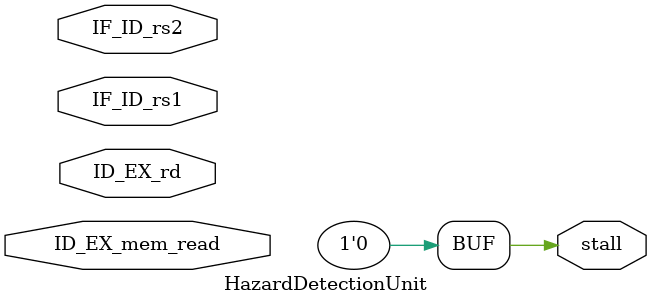
<source format=sv>
`timescale 1ns/1ps
module HazardDetectionUnit (
    input  logic        ID_EX_mem_read,
    input  logic [4:0]  ID_EX_rd,
    input  logic [4:0]  IF_ID_rs1,
    input  logic [4:0]  IF_ID_rs2,
    output logic        stall
);
    // Minimal placeholder: stall always deasserted
    assign stall = 1'b0;
endmodule
</source>
